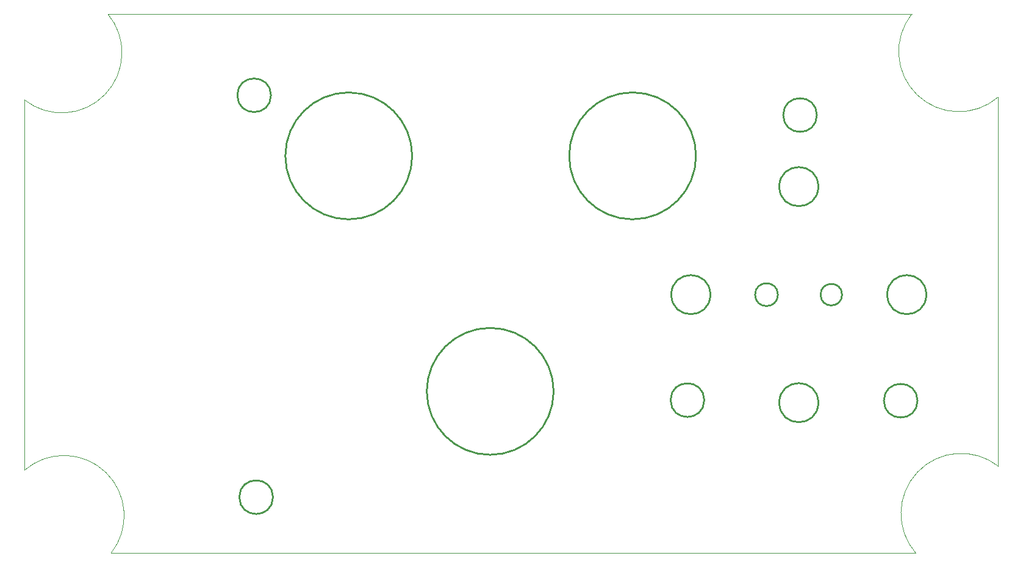
<source format=gko>
G04*
G04 #@! TF.GenerationSoftware,Altium Limited,Altium Designer,18.1.9 (240)*
G04*
G04 Layer_Color=16711935*
%FSLAX44Y44*%
%MOMM*%
G71*
G01*
G75*
%ADD10C,0.2540*%
%ADD16C,0.0762*%
D10*
X1045473Y358648D02*
G03*
X1045473Y358648I-15841J0D01*
G01*
X1134540D02*
G03*
X1134540Y358648I-14908J0D01*
G01*
X1101585Y208788D02*
G03*
X1101585Y208788I-27093J0D01*
G01*
X1251445Y358648D02*
G03*
X1251445Y358648I-27093J0D01*
G01*
X1101585Y508508D02*
G03*
X1101585Y508508I-27093J0D01*
G01*
X951725Y358648D02*
G03*
X951725Y358648I-27093J0D01*
G01*
X734201Y224536D02*
G03*
X734201Y224536I-88025J0D01*
G01*
X931813Y551180D02*
G03*
X931813Y551180I-88025J0D01*
G01*
X537859D02*
G03*
X537859Y551180I-88025J0D01*
G01*
X1099547Y607822D02*
G03*
X1099547Y607822I-23349J0D01*
G01*
X1239247Y211582D02*
G03*
X1239247Y211582I-23349J0D01*
G01*
X341865Y635254D02*
G03*
X341865Y635254I-23349J0D01*
G01*
X943218Y212344D02*
G03*
X943218Y212344I-23349J0D01*
G01*
X344659Y77724D02*
G03*
X344659Y77724I-23349J0D01*
G01*
D16*
X119881Y-40D02*
G03*
X151Y115394I-65272J52110D01*
G01*
X-0Y628650D02*
G03*
X115556Y748018I51544J65719D01*
G01*
X1231379Y748045D02*
G03*
X1351254Y632743I65291J-52085D01*
G01*
X1351272Y120806D02*
G03*
X1236980Y-0I-51446J-65796D01*
G01*
X1351280Y632743D02*
X1351280Y120816D01*
X115570Y748030D02*
X1231398D01*
X119881Y-0D02*
X1236980Y-0D01*
X-0Y115394D02*
X0Y628650D01*
M02*

</source>
